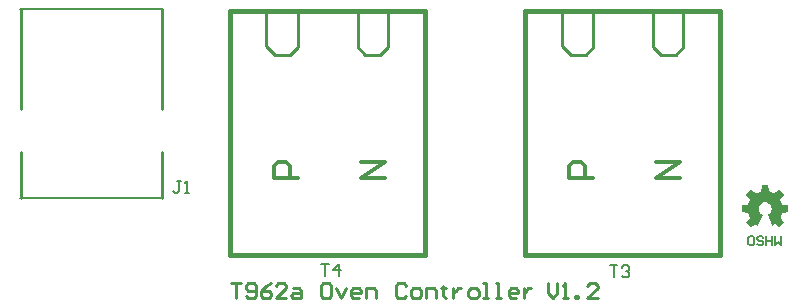
<source format=gto>
G04 Layer_Color=65535*
%FSLAX23Y23*%
%MOIN*%
G70*
G01*
G75*
%ADD11C,0.010*%
%ADD26C,0.016*%
%ADD29C,0.008*%
%ADD30C,0.005*%
%ADD31C,0.007*%
%ADD32C,0.012*%
G36*
X2256Y-39D02*
X2256Y-39D01*
Y-40D01*
Y-40D01*
X2260Y-60D01*
Y-60D01*
X2260Y-61D01*
X2261Y-61D01*
X2261D01*
X2274Y-66D01*
X2276D01*
X2292Y-55D01*
X2293D01*
X2293Y-55D01*
X2308Y-69D01*
Y-69D01*
Y-70D01*
Y-70D01*
Y-70D01*
X2296Y-87D01*
Y-87D01*
Y-87D01*
Y-88D01*
Y-88D01*
Y-88D01*
X2302Y-102D01*
X2303Y-103D01*
X2303Y-103D01*
X2303D01*
X2322Y-106D01*
X2323D01*
X2323Y-106D01*
Y-107D01*
Y-107D01*
Y-127D01*
X2323Y-127D01*
X2323Y-128D01*
X2322D01*
X2304Y-132D01*
X2303D01*
X2303Y-132D01*
Y-132D01*
Y-132D01*
X2297Y-147D01*
Y-148D01*
Y-148D01*
Y-148D01*
Y-149D01*
X2308Y-164D01*
Y-164D01*
Y-165D01*
Y-165D01*
X2293Y-179D01*
X2293Y-179D01*
X2293D01*
X2292Y-179D01*
X2277Y-169D01*
X2276D01*
X2269Y-173D01*
X2268Y-172D01*
X2268Y-172D01*
X2254Y-139D01*
X2254Y-137D01*
X2255Y-137D01*
X2256Y-136D01*
X2256Y-136D01*
X2257D01*
X2257Y-136D01*
X2257Y-135D01*
X2261Y-133D01*
X2263Y-130D01*
X2264Y-127D01*
X2266Y-124D01*
X2266Y-122D01*
X2267Y-119D01*
X2267Y-118D01*
Y-118D01*
X2267Y-114D01*
X2266Y-111D01*
X2265Y-109D01*
X2264Y-106D01*
X2263Y-104D01*
X2262Y-103D01*
X2261Y-102D01*
X2261Y-102D01*
X2258Y-100D01*
X2256Y-98D01*
X2253Y-97D01*
X2251Y-96D01*
X2248Y-96D01*
X2247Y-95D01*
X2245D01*
X2242Y-96D01*
X2239Y-96D01*
X2236Y-98D01*
X2234Y-99D01*
X2233Y-100D01*
X2231Y-101D01*
X2230Y-102D01*
X2230Y-102D01*
X2228Y-104D01*
X2226Y-107D01*
X2225Y-110D01*
X2225Y-112D01*
X2224Y-114D01*
X2224Y-116D01*
Y-117D01*
Y-118D01*
X2224Y-122D01*
X2225Y-125D01*
X2227Y-128D01*
X2229Y-131D01*
X2231Y-133D01*
X2232Y-134D01*
X2233Y-135D01*
X2234Y-135D01*
X2234Y-136D01*
X2234Y-136D01*
X2235Y-136D01*
X2236Y-137D01*
X2237Y-138D01*
Y-138D01*
Y-139D01*
X2223Y-172D01*
X2223Y-172D01*
X2222Y-173D01*
X2222D01*
X2215Y-169D01*
X2214D01*
X2199Y-179D01*
X2198Y-179D01*
X2198D01*
X2197Y-179D01*
X2183Y-165D01*
Y-165D01*
Y-165D01*
Y-164D01*
X2194Y-149D01*
Y-148D01*
Y-148D01*
Y-147D01*
Y-147D01*
X2188Y-132D01*
X2188Y-132D01*
X2187Y-132D01*
X2187D01*
X2168Y-128D01*
X2168Y-127D01*
X2168Y-127D01*
Y-127D01*
Y-107D01*
Y-106D01*
X2168Y-106D01*
X2168D01*
X2187Y-103D01*
X2188Y-103D01*
X2188Y-102D01*
Y-102D01*
X2195Y-88D01*
Y-88D01*
Y-88D01*
Y-87D01*
Y-87D01*
X2183Y-70D01*
Y-70D01*
Y-70D01*
Y-69D01*
Y-69D01*
X2197Y-55D01*
X2198Y-55D01*
X2199D01*
X2215Y-66D01*
X2216D01*
X2230Y-61D01*
X2230Y-61D01*
X2231Y-60D01*
Y-60D01*
Y-60D01*
X2235Y-40D01*
Y-39D01*
X2235Y-39D01*
X2255D01*
X2256Y-39D01*
D02*
G37*
D11*
X236Y217D02*
Y549D01*
Y-81D02*
Y71D01*
X-236Y-81D02*
Y71D01*
Y217D02*
Y549D01*
X987Y422D02*
Y542D01*
X962Y397D02*
X987Y422D01*
X912Y397D02*
X962D01*
X887Y422D02*
X912Y397D01*
X887Y422D02*
Y547D01*
X687Y422D02*
Y547D01*
X662Y397D02*
X687Y422D01*
X612Y397D02*
X662D01*
X582Y427D02*
X612Y397D01*
X582Y427D02*
Y547D01*
X1567Y427D02*
Y547D01*
Y427D02*
X1597Y397D01*
X1647D01*
X1672Y422D01*
Y547D01*
X1872Y422D02*
Y547D01*
Y422D02*
X1897Y397D01*
X1947D01*
X1972Y422D01*
Y542D01*
X1520Y-365D02*
Y-398D01*
X1537Y-415D01*
X1553Y-398D01*
Y-365D01*
X1570Y-415D02*
X1587D01*
X1578D01*
Y-365D01*
X1570Y-373D01*
X1612Y-415D02*
Y-407D01*
X1620D01*
Y-415D01*
X1612D01*
X1687D02*
X1653D01*
X1687Y-382D01*
Y-373D01*
X1678Y-365D01*
X1662D01*
X1653Y-373D01*
X465Y-365D02*
X498D01*
X482D01*
Y-415D01*
X515Y-407D02*
X523Y-415D01*
X540D01*
X548Y-407D01*
Y-373D01*
X540Y-365D01*
X523D01*
X515Y-373D01*
Y-382D01*
X523Y-390D01*
X548D01*
X598Y-365D02*
X582Y-373D01*
X565Y-390D01*
Y-407D01*
X573Y-415D01*
X590D01*
X598Y-407D01*
Y-398D01*
X590Y-390D01*
X565D01*
X648Y-415D02*
X615D01*
X648Y-382D01*
Y-373D01*
X640Y-365D01*
X623D01*
X615Y-373D01*
X673Y-382D02*
X690D01*
X698Y-390D01*
Y-415D01*
X673D01*
X665Y-407D01*
X673Y-398D01*
X698D01*
X790Y-365D02*
X773D01*
X765Y-373D01*
Y-407D01*
X773Y-415D01*
X790D01*
X798Y-407D01*
Y-373D01*
X790Y-365D01*
X815Y-382D02*
X832Y-415D01*
X848Y-382D01*
X890Y-415D02*
X873D01*
X865Y-407D01*
Y-390D01*
X873Y-382D01*
X890D01*
X898Y-390D01*
Y-398D01*
X865D01*
X915Y-415D02*
Y-382D01*
X940D01*
X948Y-390D01*
Y-415D01*
X1048Y-373D02*
X1040Y-365D01*
X1023D01*
X1015Y-373D01*
Y-407D01*
X1023Y-415D01*
X1040D01*
X1048Y-407D01*
X1073Y-415D02*
X1090D01*
X1098Y-407D01*
Y-390D01*
X1090Y-382D01*
X1073D01*
X1065Y-390D01*
Y-407D01*
X1073Y-415D01*
X1115D02*
Y-382D01*
X1140D01*
X1148Y-390D01*
Y-415D01*
X1173Y-373D02*
Y-382D01*
X1165D01*
X1181D01*
X1173D01*
Y-407D01*
X1181Y-415D01*
X1206Y-382D02*
Y-415D01*
Y-398D01*
X1215Y-390D01*
X1223Y-382D01*
X1231D01*
X1265Y-415D02*
X1281D01*
X1290Y-407D01*
Y-390D01*
X1281Y-382D01*
X1265D01*
X1256Y-390D01*
Y-407D01*
X1265Y-415D01*
X1306D02*
X1323D01*
X1315D01*
Y-365D01*
X1306D01*
X1348Y-415D02*
X1365D01*
X1356D01*
Y-365D01*
X1348D01*
X1415Y-415D02*
X1398D01*
X1390Y-407D01*
Y-390D01*
X1398Y-382D01*
X1415D01*
X1423Y-390D01*
Y-398D01*
X1390D01*
X1440Y-382D02*
Y-415D01*
Y-398D01*
X1448Y-390D01*
X1456Y-382D01*
X1465D01*
D26*
X461Y-272D02*
X1110D01*
X461D02*
Y543D01*
X1110Y-272D02*
Y543D01*
X461D02*
X1110D01*
X1445D02*
X2094D01*
Y-272D02*
Y543D01*
X1445Y-272D02*
Y543D01*
Y-272D02*
X2094D01*
D29*
X-237Y549D02*
X237D01*
X-237Y-81D02*
X237D01*
D30*
X1727Y-306D02*
X1753D01*
X1740D01*
Y-346D01*
X1767Y-313D02*
X1773Y-306D01*
X1787D01*
X1793Y-313D01*
Y-320D01*
X1787Y-326D01*
X1780D01*
X1787D01*
X1793Y-333D01*
Y-340D01*
X1787Y-346D01*
X1773D01*
X1767Y-340D01*
X766Y-301D02*
X793D01*
X779D01*
Y-341D01*
X826D02*
Y-301D01*
X806Y-321D01*
X833D01*
X298Y-25D02*
X284D01*
X291D01*
Y-58D01*
X284Y-65D01*
X278D01*
X271Y-58D01*
X311Y-65D02*
X324D01*
X318D01*
Y-25D01*
X311Y-32D01*
D31*
X2204Y-208D02*
X2194D01*
X2189Y-213D01*
Y-233D01*
X2194Y-238D01*
X2204D01*
X2209Y-233D01*
Y-213D01*
X2204Y-208D01*
X2239Y-213D02*
X2234Y-208D01*
X2224D01*
X2219Y-213D01*
Y-218D01*
X2224Y-223D01*
X2234D01*
X2239Y-228D01*
Y-233D01*
X2234Y-238D01*
X2224D01*
X2219Y-233D01*
X2249Y-208D02*
Y-238D01*
Y-223D01*
X2269D01*
Y-208D01*
Y-238D01*
X2279Y-208D02*
Y-238D01*
X2289Y-228D01*
X2299Y-238D01*
Y-208D01*
D32*
X977Y-13D02*
X897D01*
X977Y40D01*
X897D01*
X687Y-13D02*
X607D01*
Y27D01*
X621Y40D01*
X647D01*
X661Y27D01*
Y-13D01*
X1672D02*
X1592D01*
Y27D01*
X1605Y40D01*
X1632D01*
X1645Y27D01*
Y-13D01*
X1962D02*
X1882D01*
X1962Y40D01*
X1882D01*
M02*

</source>
